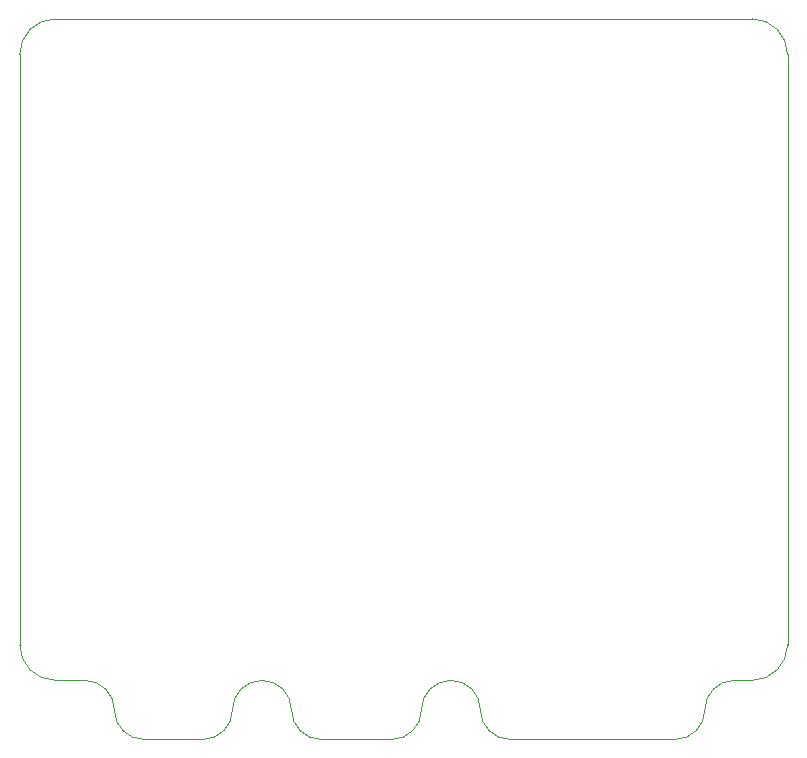
<source format=gm1>
G04 #@! TF.GenerationSoftware,KiCad,Pcbnew,8.0.2*
G04 #@! TF.CreationDate,2024-06-18T11:35:25+02:00*
G04 #@! TF.ProjectId,AMS Dongle,414d5320-446f-46e6-976c-652e6b696361,rev?*
G04 #@! TF.SameCoordinates,Original*
G04 #@! TF.FileFunction,Profile,NP*
%FSLAX46Y46*%
G04 Gerber Fmt 4.6, Leading zero omitted, Abs format (unit mm)*
G04 Created by KiCad (PCBNEW 8.0.2) date 2024-06-18 11:35:25*
%MOMM*%
%LPD*%
G01*
G04 APERTURE LIST*
G04 #@! TA.AperFunction,Profile*
%ADD10C,0.100000*%
G04 #@! TD*
G04 APERTURE END LIST*
D10*
X158000000Y-102500000D02*
G75*
G02*
X155500000Y-105000000I-2500000J0D01*
G01*
X118000000Y-102500000D02*
G75*
G02*
X115500000Y-105000000I-2500000J0D01*
G01*
X105500000Y-100000000D02*
G75*
G02*
X108000000Y-102500000I0J-2500000D01*
G01*
X118000000Y-102500000D02*
G75*
G02*
X120500000Y-100000000I2500000J0D01*
G01*
X162000000Y-44000000D02*
G75*
G02*
X165000000Y-47000000I0J-3000000D01*
G01*
X158000000Y-102500000D02*
G75*
G02*
X160500000Y-100000000I2500000J0D01*
G01*
X165000000Y-97000000D02*
X165000000Y-47000000D01*
X136500000Y-100000000D02*
G75*
G02*
X139000000Y-102500000I0J-2500000D01*
G01*
X100000000Y-47000000D02*
X100000000Y-63000000D01*
X141500000Y-105000000D02*
G75*
G02*
X139000000Y-102500000I0J2500000D01*
G01*
X134000000Y-102500000D02*
G75*
G02*
X131500000Y-105000000I-2500000J0D01*
G01*
X125500000Y-105000000D02*
X131500000Y-105000000D01*
X141500000Y-105000000D02*
X155500000Y-105000000D01*
X100000000Y-63000000D02*
X100000000Y-81000000D01*
X103000000Y-100000000D02*
G75*
G02*
X100000000Y-97000000I0J3000000D01*
G01*
X125500000Y-105000000D02*
G75*
G02*
X123000000Y-102500000I0J2500000D01*
G01*
X110500000Y-105000000D02*
X115500000Y-105000000D01*
X103000000Y-100000000D02*
X105500000Y-100000000D01*
X134000000Y-102500000D02*
G75*
G02*
X136500000Y-100000000I2500000J0D01*
G01*
X120500000Y-100000000D02*
G75*
G02*
X123000000Y-102500000I0J-2500000D01*
G01*
X110500000Y-105000000D02*
G75*
G02*
X108000000Y-102500000I0J2500000D01*
G01*
X160500000Y-100000000D02*
X162000000Y-100000000D01*
X165000000Y-97000000D02*
G75*
G02*
X162000000Y-100000000I-3000000J0D01*
G01*
X100000000Y-47000000D02*
G75*
G02*
X103000000Y-44000000I3000000J0D01*
G01*
X100000000Y-81000000D02*
X100000000Y-97000000D01*
X162000000Y-44000000D02*
X103000000Y-44000000D01*
M02*

</source>
